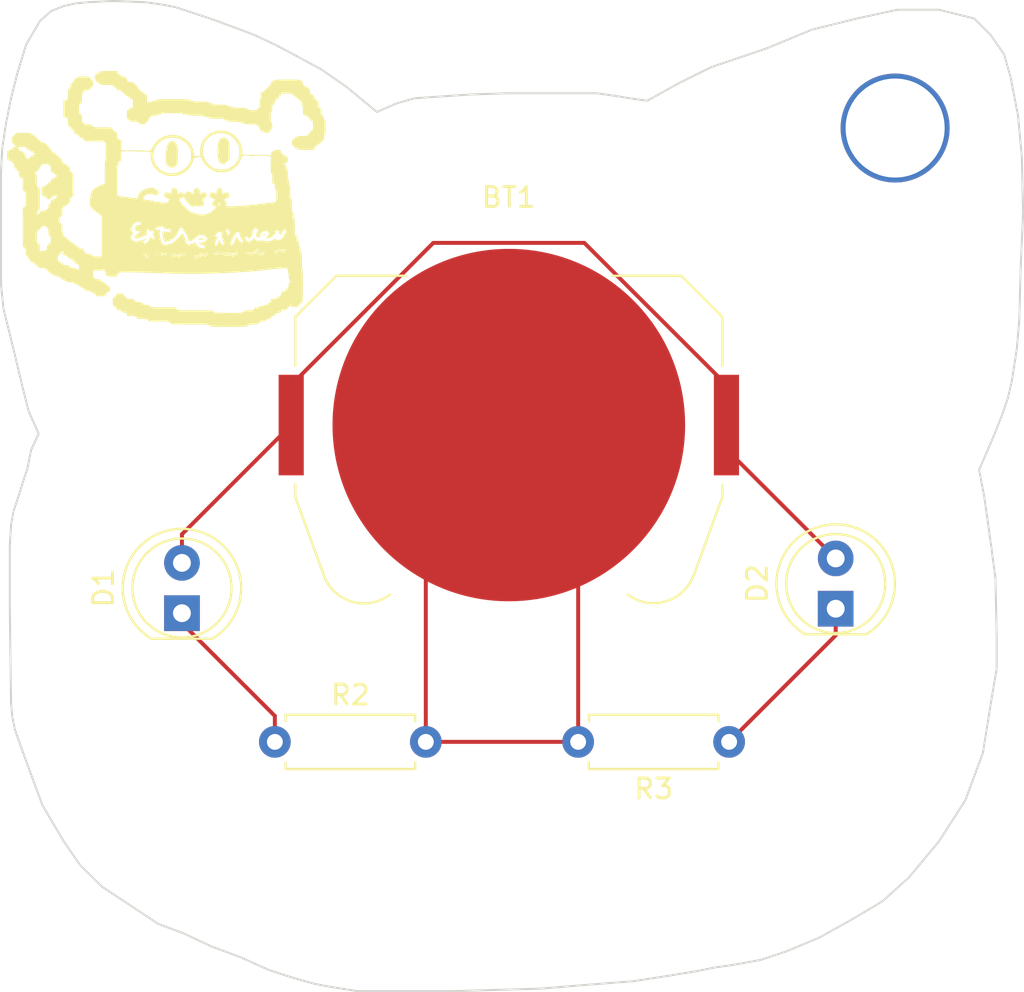
<source format=kicad_pcb>
(kicad_pcb (version 20241229) (generator "pcbnew") (generator_version "9.0")
  (layers (0 "F.Cu" signal) (2 "B.Cu" signal) (13 "F.Paste" user) (15 "B.Paste" user) (5 "F.SilkS" user "F.Silkscreen") (7 "B.SilkS" user "B.Silkscreen") (1 "F.Mask" user) (3 "B.Mask" user) (25 "Edge.Cuts" user))
  (net 0 "")
  (net 1 "Net-(BT1--)")
  (net 2 "Net-(BT1-+)")
  (net 3 "Net-(D1-K)")
  (net 4 "Net-(D2-K)")
  (footprint "Battery:BatteryHolder_Keystone_3034_1x20mm" (layer "F.Cu") (at 131 104)
    (property "Reference" "BT1" (at 0 -11.5 0) (layer "F.SilkS"))
    (property "Value" "Battery_Cell")
    (pad "1" smd rect (at -10.985 0) (size 1.27 5.08) (layers "F.Cu" "F.Mask" "F.Paste") (net 2 "Net-(BT1-+)"))
    (pad "1" smd rect (at 10.985 0) (size 1.27 5.08) (layers "F.Cu" "F.Mask" "F.Paste") (net 2 "Net-(BT1-+)"))
    (pad "2" smd circle (at 0 0) (size 17.8 17.8) (layers "F.Cu" "F.Mask") (net 1 "Net-(BT1--)"))
  )
  (footprint "Resistor_THT:R_Axial_DIN0207_L6.3mm_D2.5mm_P7.62mm_Horizontal" (layer "F.Cu") (at 119.19 120)
    (property "Reference" "R2" (at 3.81 -2.37 0) (layer "F.SilkS"))
    (property "Value" "R")
    (pad "1" thru_hole circle (at 0 0) (size 1.6 1.6) (drill 0.8) (layers "*.Cu" "*.Mask") (net 3 "Net-(D1-K)"))
    (pad "2" thru_hole circle (at 7.62 0) (size 1.6 1.6) (drill 0.8) (layers "*.Cu" "*.Mask") (net 1 "Net-(BT1--)"))
  )
  (footprint "LED_THT:LED_D5.0mm" (layer "F.Cu") (at 114.5 113.5 90)
    (property "Reference" "D1" (at 1.27 -3.96 90) (layer "F.SilkS"))
    (property "Value" "LED")
    (pad "1" thru_hole rect (at 0 0 90) (size 1.8 1.8) (drill 0.9) (layers "*.Cu" "*.Mask") (net 3 "Net-(D1-K)"))
    (pad "2" thru_hole circle (at 2.54 0 90) (size 1.8 1.8) (drill 0.9) (layers "*.Cu" "*.Mask") (net 2 "Net-(BT1-+)"))
  )
  (footprint "Resistor_THT:R_Axial_DIN0207_L6.3mm_D2.5mm_P7.62mm_Horizontal" (layer "F.Cu") (at 142.12 120 180)
    (property "Reference" "R3" (at 3.81 -2.37 0) (layer "F.SilkS"))
    (property "Value" "R")
    (pad "1" thru_hole circle (at 0 0 180) (size 1.6 1.6) (drill 0.8) (layers "*.Cu" "*.Mask") (net 4 "Net-(D2-K)"))
    (pad "2" thru_hole circle (at 7.62 0 180) (size 1.6 1.6) (drill 0.8) (layers "*.Cu" "*.Mask") (net 1 "Net-(BT1--)"))
  )
  (footprint "LOGO" (layer "F.Cu") (at 114.5 93)
    (property "Reference" "G***" (at 0 0 0) (layer "F.SilkS") (effects (font (size 1.5 1.5) (thickness 0.3))))
    (property "Value" "LOGO" (hide yes))
  )
  (footprint "LED_THT:LED_D5.0mm" (layer "F.Cu") (at 147.5 113.275 90)
    (property "Reference" "D2" (at 1.27 -3.96 90) (layer "F.SilkS"))
    (property "Value" "LED")
    (pad "1" thru_hole rect (at 0 0 90) (size 1.8 1.8) (drill 0.9) (layers "*.Cu" "*.Mask") (net 4 "Net-(D2-K)"))
    (pad "2" thru_hole circle (at 2.54 0 90) (size 1.8 1.8) (drill 0.9) (layers "*.Cu" "*.Mask") (net 2 "Net-(BT1-+)"))
  )
  (gr_poly (pts (xy 112.663961 82.645877) (xy 113.552432 82.771837) (xy 114.187035 82.897797) (xy 116.09087 83.527598) (xy 118.121601 84.283359) (xy 119.200439 84.7872) (xy 120.152358 85.291038) (xy 121.54851 86.046794) (xy 122.817715 86.928518) (xy 124.34079 88.18812) (xy 125.356154 87.74727) (xy 126.244599 87.495334) (xy 129.036879 87.306395) (xy 130.877268 87.243424) (xy 133.098261 87.243424) (xy 135.446438 87.243424) (xy 136.334906 87.369393) (xy 137.096379 87.495334) (xy 137.984848 87.621303) (xy 139.571289 86.739579) (xy 141.221497 85.920852) (xy 144.013646 84.976131) (xy 146.298321 84.031439) (xy 148.582734 83.464617) (xy 150.613675 83.023757) (xy 152.707852 83.023757) (xy 154.484795 83.464617) (xy 155.309765 84.283359) (xy 156.007733 85.291038) (xy 156.324971 86.424698) (xy 156.705971 88.377058) (xy 156.896206 90.455413) (xy 156.959706 93.289523) (xy 156.832707 96.186606) (xy 156.769207 98.642838) (xy 156.642472 100.154349) (xy 156.388474 101.791855) (xy 156.198235 102.610583) (xy 155.944237 103.366337) (xy 155.5 104.5) (xy 154.73853 106.263445) (xy 154.992531 107.58602) (xy 155.182763 108.908671) (xy 155.373265 110.294295) (xy 155.563504 111.742623) (xy 155.626999 114.70278) (xy 155.626999 116.277315) (xy 155.373265 117.788882) (xy 154.929028 120.559862) (xy 154.040558 122.95328) (xy 152.707852 125.031584) (xy 151.184647 126.858004) (xy 149.852204 128.054446) (xy 148.2655 128.999277) (xy 146.679055 129.880869) (xy 145.029118 130.573809) (xy 143.696412 131.014605) (xy 142.300202 131.266493) (xy 141.411732 131.392435) (xy 140.459763 131.581343) (xy 138.936821 131.833491) (xy 137.286881 132.085375) (xy 134.875201 132.274287) (xy 132.59079 132.463202) (xy 130.369559 132.526171) (xy 128.084988 132.589144) (xy 125.736916 132.589144) (xy 123.388873 132.589144) (xy 122.563876 132.463202) (xy 121.802351 132.33726) (xy 121.167723 132.211321) (xy 120.462792 132.018439) (xy 119.644675 131.770525) (xy 118.88315 131.518374) (xy 117.486997 130.888666) (xy 115.963951 130.321928) (xy 114.631271 129.691958) (xy 113.29859 129.188189) (xy 110.442837 127.2988) (xy 109.363999 126.22803) (xy 108.539001 125.031584) (xy 107.460171 123.205168) (xy 106.508255 120.622832) (xy 106.064031 119.363417) (xy 105.937107 118.733443) (xy 105.873647 118.040766) (xy 105.810187 113.128245) (xy 105.810187 111.112915) (xy 105.810187 110.105118) (xy 105.873647 109.034613) (xy 106.000568 108.341774) (xy 106.254412 107.58602) (xy 106.444795 106.956204) (xy 106.698639 106.200449) (xy 106.889023 105.255755) (xy 107.269787 104.437001) (xy 107.015943 103.870184) (xy 106.762099 103.303368) (xy 106.444795 102.043766) (xy 105.810187 99.398592) (xy 105.49288 98.138993) (xy 105.365959 96.87939) (xy 105.365959 91.274166) (xy 105.42942 90.014564) (xy 105.619803 88.754963) (xy 105.873647 87.495334) (xy 106.190951 86.235733) (xy 106.635179 84.7872) (xy 107.333247 83.590577) (xy 107.904398 83.086736) (xy 108.539001 82.834816) (xy 109.110157 82.708856) (xy 109.74476 82.645877) (xy 111.013993 82.582895)) (stroke (width 0.1)) (fill no) (layer "Edge.Cuts"))
  (via (at 150.5 89) (size 5.5) (drill 5) (layers "F.Cu" "B.Cu") (net 0))
  (segment (start 134.5 107.5) (end 131 104) (width 0.2) (layer "F.Cu") (net 1))
  (segment (start 134.5 120) (end 134.5 107.5) (width 0.2) (layer "F.Cu") (net 1))
  (segment (start 126.81 108.19) (end 131 104) (width 0.2) (layer "F.Cu") (net 1))
  (segment (start 134.5 120) (end 126.81 120) (width 0.2) (layer "F.Cu") (net 1))
  (segment (start 126.81 120) (end 126.81 108.19) (width 0.2) (layer "F.Cu") (net 1))
  (segment (start 120.015 104) (end 120.015 101.972821) (width 0.2) (layer "F.Cu") (net 2))
  (segment (start 127.188821 94.799) (end 134.811179 94.799) (width 0.2) (layer "F.Cu") (net 2))
  (segment (start 114.5 110.96) (end 114.5 109.515) (width 0.2) (layer "F.Cu") (net 2))
  (segment (start 147.5 110.735) (end 141.985 105.22) (width 0.2) (layer "F.Cu") (net 2))
  (segment (start 114.5 109.515) (end 120.015 104) (width 0.2) (layer "F.Cu") (net 2))
  (segment (start 120.015 101.972821) (end 127.188821 94.799) (width 0.2) (layer "F.Cu") (net 2))
  (segment (start 134.811179 94.799) (end 141.985 101.972821) (width 0.2) (layer "F.Cu") (net 2))
  (segment (start 141.985 101.972821) (end 141.985 104) (width 0.2) (layer "F.Cu") (net 2))
  (segment (start 141.985 105.22) (end 141.985 104) (width 0.2) (layer "F.Cu") (net 2))
  (segment (start 119.19 118.69) (end 119.19 120) (width 0.2) (layer "F.Cu") (net 3))
  (segment (start 114.5 113.5) (end 114.5 114) (width 0.2) (layer "F.Cu") (net 3))
  (segment (start 114.5 114) (end 119.19 118.69) (width 0.2) (layer "F.Cu") (net 3))
  (segment (start 147.5 113.275) (end 147.5 114.62) (width 0.2) (layer "F.Cu") (net 4))
  (segment (start 147.5 114.62) (end 142.12 120) (width 0.2) (layer "F.Cu") (net 4))
)
</source>
